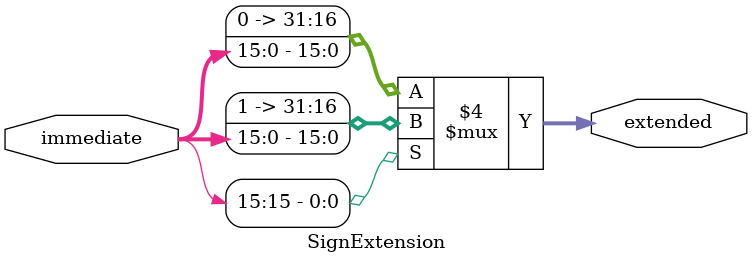
<source format=v>
module SignExtension(
  input wire [15:0] immediate,
  output reg [31:0] extended
);
  always@(*) begin
    if(immediate[15]==1)
      extended={16'b1111111111111111,immediate[15:0]};
    else
      extended={16'b0,immediate[15:0]};
  
  end
endmodule

</source>
